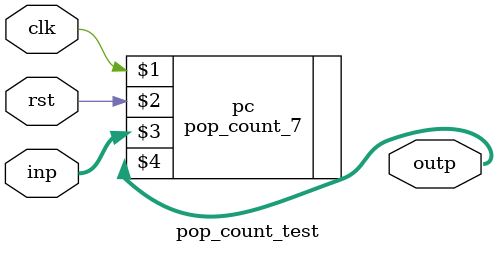
<source format=v>
/*  Concrete parameterizations of population count for testing.
 *
 *  Copyright (c) 2016, Stephen Longfield, stephenlongfield.com
 *
 *  This program is free software: you can redistribute it and/or modify
 *  it under the terms of the GNU General Public License as published by
 *  the Free Software Foundation, either version 3 of the License, or
 *  (at your option) any later version.
 *
 *  This program is distributed in the hope that it will be useful,
 *  but WITHOUT ANY WARRANTY; without even the implied warranty of
 *  MERCHANTABILITY or FITNESS FOR A PARTICULAR PURPOSE.  See the
 *  GNU General Public License for more details.
 *
 *  You should have received a copy of the GNU General Public License
 *  along with this program.  If not, see <http://www.gnu.org/licenses/>.
 *
 */

`include "pop_count_7.v"

module pop_count_test(
  input clk,
  input rst,
  input wire  [31:0] inp,
  output wire [4:0] outp
  );

  pop_count_7#(.WIDTH(32)) pc(clk, rst, inp, outp);

endmodule

</source>
